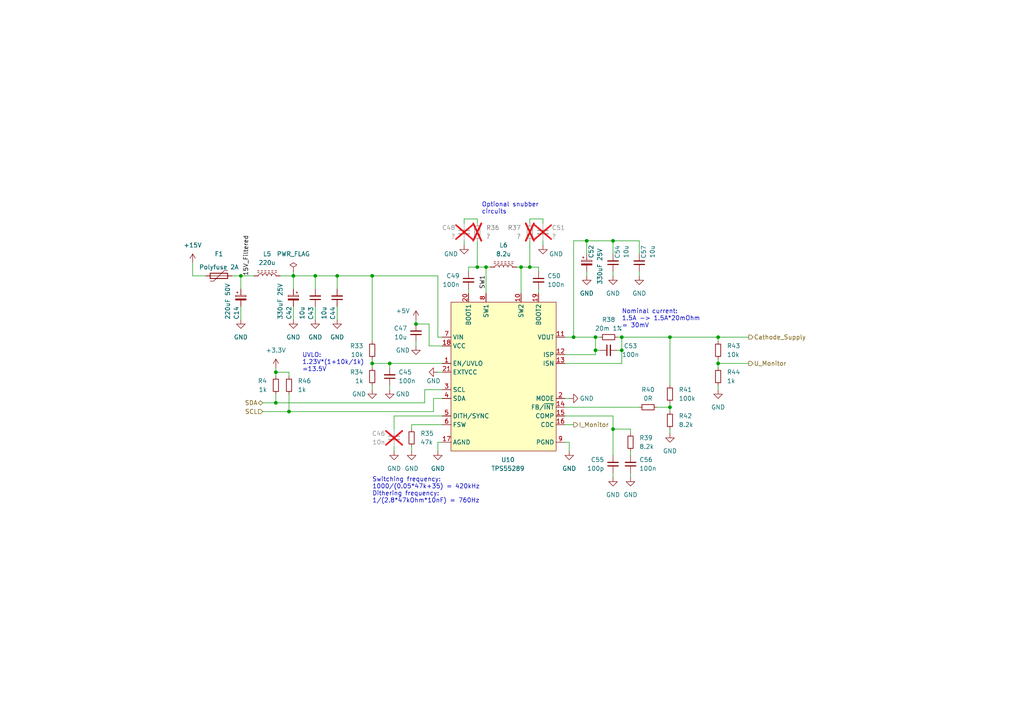
<source format=kicad_sch>
(kicad_sch (version 20230121) (generator eeschema)
  (paper "A4")
  (title_block (title "EuroMeasure Ion Gauge Controller") (date "2023-10-17") (rev "1.0.0"))
  (lib_symbols
    (symbol "Device:C_Small" (pin_numbers hide) (pin_names (offset 0.254) hide)
      (property "Reference" "C" (at 0.254 1.778 0))
      (property "Value" "C_Small" (at 0.254 -2.032 0))
      (symbol "C_Small_0_1"
        (polyline (pts (xy -1.524 -0.508) (xy 1.524 -0.508)) (stroke (width 0.3302)))
        (polyline (pts (xy -1.524 0.508) (xy 1.524 0.508)) (stroke (width 0.3048)))
      )
      (symbol "C_Small_1_1"
        (pin passive line (at 0 2.54 270) (length 2.032) (name "~") (number "1"))
        (pin passive line (at 0 -2.54 90) (length 2.032) (name "~") (number "2"))
      )
    )
    (symbol "Device:R_Small" (pin_numbers hide) (pin_names (offset 0.254) hide)
      (property "Reference" "R" (at 0.762 0.508 0))
      (property "Value" "R_Small" (at 0.762 -1.016 0))
      (symbol "R_Small_0_1"
        (rectangle (start -0.762 1.778) (end 0.762 -1.778) (stroke (width 0.2032)))
      )
      (symbol "R_Small_1_1"
        (pin passive line (at 0 2.54 270) (length 0.762) (name "~") (number "1"))
        (pin passive line (at 0 -2.54 90) (length 0.762) (name "~") (number "2"))
      )
    )
    (symbol "MEMS_IC:TPS55289"
      (property "Reference" "U" (at 17.78 33.02 0))
      (property "Value" "TPS55289" (at 17.78 30.48 0))
      (symbol "TPS55289_1_1"
        (rectangle (start -15.24 27.94) (end 15.24 -15.24) (fill (type background)))
        (pin input line (at -17.78 10.16 0) (length 2.54) (name "EN/UVLO") (number "1"))
        (pin passive line (at 5.08 30.48 270) (length 2.54) (name "SW2") (number "10"))
        (pin power_out line (at 17.78 17.78 180) (length 2.54) (name "VOUT") (number "11"))
        (pin input line (at 17.78 12.7 180) (length 2.54) (name "ISP") (number "12"))
        (pin input line (at 17.78 10.16 180) (length 2.54) (name "ISN") (number "13"))
        (pin bidirectional line (at 17.78 -2.54 180) (length 2.54) (name "FB/~{INT}") (number "14"))
        (pin output line (at 17.78 -5.08 180) (length 2.54) (name "COMP") (number "15"))
        (pin output line (at 17.78 -7.62 180) (length 2.54) (name "CDC") (number "16"))
        (pin power_in line (at -17.78 -12.7 0) (length 2.54) (name "AGND") (number "17"))
        (pin passive line (at -17.78 15.24 0) (length 2.54) (name "VCC") (number "18"))
        (pin passive line (at 10.16 30.48 270) (length 2.54) (name "BOOT2") (number "19"))
        (pin input line (at 17.78 0 180) (length 2.54) (name "MODE") (number "2"))
        (pin passive line (at -10.16 30.48 270) (length 2.54) (name "BOOT1") (number "20"))
        (pin input line (at -17.78 7.62 0) (length 2.54) (name "EXTVCC") (number "21"))
        (pin input line (at -17.78 2.54 0) (length 2.54) (name "SCL") (number "3"))
        (pin bidirectional line (at -17.78 0 0) (length 2.54) (name "SDA") (number "4"))
        (pin input line (at -17.78 -5.08 0) (length 2.54) (name "DITH/SYNC") (number "5"))
        (pin input line (at -17.78 -7.62 0) (length 2.54) (name "FSW") (number "6"))
        (pin power_in line (at -17.78 17.78 0) (length 2.54) (name "VIN") (number "7"))
        (pin passive line (at -5.08 30.48 270) (length 2.54) (name "SW1") (number "8"))
        (pin power_in line (at 17.78 -12.7 180) (length 2.54) (name "PGND") (number "9"))
      )
    )
    (symbol "MEMS_Passive:C_Elec-220uf-50V" (pin_numbers hide) (pin_names (offset 0.254) hide)
      (property "Reference" "C" (at 0.254 1.778 0))
      (property "Value" "220uF 50V" (at 0.254 -2.032 0))
      (symbol "C_Elec-220uf-50V_0_1"
        (rectangle (start -1.524 -0.3048) (end 1.524 -0.6858) (fill (type outline)))
        (rectangle (start -1.524 0.6858) (end 1.524 0.3048))
        (polyline (pts (xy -1.27 1.524) (xy -0.762 1.524)))
        (polyline (pts (xy -1.016 1.27) (xy -1.016 1.778)))
      )
      (symbol "C_Elec-220uf-50V_1_1"
        (pin passive line (at 0 2.54 270) (length 1.8542) (name "~") (number "1"))
        (pin passive line (at 0 -2.54 90) (length 1.8542) (name "~") (number "2"))
      )
    )
    (symbol "MEMS_Passive:C_Elec-330uF-25V" (pin_numbers hide) (pin_names (offset 0.254) hide)
      (property "Reference" "C" (at 0.254 1.778 0))
      (property "Value" "330uF 25V" (at 0.254 -2.032 0))
      (symbol "C_Elec-330uF-25V_0_1"
        (rectangle (start -1.524 -0.3048) (end 1.524 -0.6858) (fill (type outline)))
        (rectangle (start -1.524 0.6858) (end 1.524 0.3048))
        (polyline (pts (xy -1.27 1.524) (xy -0.762 1.524)))
        (polyline (pts (xy -1.016 1.27) (xy -1.016 1.778)))
      )
      (symbol "C_Elec-330uF-25V_1_1"
        (pin passive line (at 0 2.54 270) (length 1.8542) (name "~") (number "1"))
        (pin passive line (at 0 -2.54 90) (length 1.8542) (name "~") (number "2"))
      )
    )
    (symbol "MEMS_Passive:L_220u_10x10" (pin_numbers hide) (pin_names (offset 1.016) hide)
      (property "Reference" "L" (at -1.27 0 90))
      (property "Value" "220u" (at 2.794 0 90))
      (symbol "L_220u_10x10_0_1"
        (arc (start 0 -2.54) (mid 0.6323 -1.905) (end 0 -1.27))
        (arc (start 0 -1.27) (mid 0.6323 -0.635) (end 0 0))
        (polyline (pts (xy 1.016 -2.794) (xy 1.016 -2.286)))
        (polyline (pts (xy 1.016 -1.778) (xy 1.016 -1.27)))
        (polyline (pts (xy 1.016 -0.762) (xy 1.016 -0.254)))
        (polyline (pts (xy 1.016 0.254) (xy 1.016 0.762)))
        (polyline (pts (xy 1.016 1.27) (xy 1.016 1.778)))
        (polyline (pts (xy 1.016 2.286) (xy 1.016 2.794)))
        (polyline (pts (xy 1.524 -2.286) (xy 1.524 -2.794)))
        (polyline (pts (xy 1.524 -1.27) (xy 1.524 -1.778)))
        (polyline (pts (xy 1.524 -0.254) (xy 1.524 -0.762)))
        (polyline (pts (xy 1.524 0.762) (xy 1.524 0.254)))
        (polyline (pts (xy 1.524 1.778) (xy 1.524 1.27)))
        (polyline (pts (xy 1.524 2.794) (xy 1.524 2.286)))
        (arc (start 0 0) (mid 0.6323 0.635) (end 0 1.27))
        (arc (start 0 1.27) (mid 0.6323 1.905) (end 0 2.54))
      )
      (symbol "L_220u_10x10_1_1"
        (pin passive line (at 0 3.81 270) (length 1.27) (name "1") (number "1"))
        (pin passive line (at 0 -3.81 90) (length 1.27) (name "2") (number "2"))
      )
    )
    (symbol "MEMS_Passive:L_8.2u_5.9/10.2A" (pin_numbers hide) (pin_names (offset 1.016) hide)
      (property "Reference" "L" (at 0 -1.27 0))
      (property "Value" "8.2u" (at 0 2.794 0))
      (symbol "L_8.2u_5.9/10.2A_0_1"
        (arc (start -1.27 0) (mid -1.905 0.6323) (end -2.54 0))
        (arc (start 0 0) (mid -0.635 0.6323) (end -1.27 0))
        (polyline (pts (xy -2.794 1.524) (xy -2.286 1.524)))
        (polyline (pts (xy -2.286 1.016) (xy -2.794 1.016)))
        (polyline (pts (xy -1.778 1.524) (xy -1.27 1.524)))
        (polyline (pts (xy -1.27 1.016) (xy -1.778 1.016)))
        (polyline (pts (xy -0.762 1.524) (xy -0.254 1.524)))
        (polyline (pts (xy -0.254 1.016) (xy -0.762 1.016)))
        (polyline (pts (xy 0.254 1.524) (xy 0.762 1.524)))
        (polyline (pts (xy 0.762 1.016) (xy 0.254 1.016)))
        (polyline (pts (xy 1.27 1.524) (xy 1.778 1.524)))
        (polyline (pts (xy 1.778 1.016) (xy 1.27 1.016)))
        (polyline (pts (xy 2.286 1.524) (xy 2.794 1.524)))
        (polyline (pts (xy 2.794 1.016) (xy 2.286 1.016)))
        (arc (start 1.27 0) (mid 0.635 0.6323) (end 0 0))
        (arc (start 2.54 0) (mid 1.905 0.6323) (end 1.27 0))
      )
      (symbol "L_8.2u_5.9/10.2A_1_1"
        (pin passive line (at -3.81 0 0) (length 1.27) (name "1") (number "1"))
        (pin passive line (at 3.81 0 180) (length 1.27) (name "2") (number "2"))
      )
    )
    (symbol "MEMS_Passive:R_2010_20m_1%" (pin_numbers hide) (pin_names (offset 0.254) hide)
      (property "Reference" "R" (at 0 5.08 0))
      (property "Value" "20m 1%" (at 0 2.54 0))
      (symbol "R_2010_20m_1%_0_1"
        (rectangle (start -1.778 0.762) (end 1.778 -0.762) (stroke (width 0.2032)))
      )
      (symbol "R_2010_20m_1%_1_1"
        (pin passive line (at -2.54 0 0) (length 0.762) (name "~") (number "1"))
        (pin passive line (at 2.54 0 180) (length 0.762) (name "~") (number "2"))
      )
    )
    (symbol "MEMS_Protection:Polyfuse-2A-60V-3425L200/60MR" (pin_numbers hide) (pin_names (offset 0))
      (property "Reference" "F" (at 0 5.08 90))
      (property "Value" "Polyfuse 2A" (at 0 2.54 90))
      (symbol "Polyfuse-2A-60V-3425L200/60MR_0_1"
        (rectangle (start -0.762 2.54) (end 0.762 -2.54) (stroke (width 0.254)))
        (polyline (pts (xy 0 2.54) (xy 0 -2.54)))
        (polyline (pts (xy -1.524 2.54) (xy -1.524 1.524) (xy 1.524 -1.524) (xy 1.524 -2.54)))
      )
      (symbol "Polyfuse-2A-60V-3425L200/60MR_1_1"
        (pin passive line (at 0 3.81 270) (length 1.27) (name "~") (number "1"))
        (pin passive line (at 0 -3.81 90) (length 1.27) (name "~") (number "2"))
      )
    )
    (symbol "power:+15V" (power) (pin_names (offset 0))
      (property "Value" "+15V" (at 0 3.556 0))
      (symbol "+15V_0_1"
        (polyline (pts (xy -0.762 1.27) (xy 0 2.54)))
        (polyline (pts (xy 0 0) (xy 0 2.54)))
        (polyline (pts (xy 0 2.54) (xy 0.762 1.27)))
      )
      (symbol "+15V_1_1"
        (pin power_in line (at 0 0 90) (length 0) hide (name "+15V") (number "1"))
      )
    )
    (symbol "power:+3.3V" (power) (pin_names (offset 0))
      (property "Value" "+3.3V" (at 0 3.556 0))
      (symbol "+3.3V_0_1"
        (polyline (pts (xy -0.762 1.27) (xy 0 2.54)))
        (polyline (pts (xy 0 0) (xy 0 2.54)))
        (polyline (pts (xy 0 2.54) (xy 0.762 1.27)))
      )
      (symbol "+3.3V_1_1"
        (pin power_in line (at 0 0 90) (length 0) hide (name "+3.3V") (number "1"))
      )
    )
    (symbol "power:+5V" (power) (pin_names (offset 0))
      (property "Value" "+5V" (at 0 3.556 0))
      (symbol "+5V_0_1"
        (polyline (pts (xy -0.762 1.27) (xy 0 2.54)))
        (polyline (pts (xy 0 0) (xy 0 2.54)))
        (polyline (pts (xy 0 2.54) (xy 0.762 1.27)))
      )
      (symbol "+5V_1_1"
        (pin power_in line (at 0 0 90) (length 0) hide (name "+5V") (number "1"))
      )
    )
    (symbol "power:GND" (power) (pin_names (offset 0))
      (property "Value" "GND" (at 0 -3.81 0))
      (symbol "GND_0_1"
        (polyline (pts (xy 0 0) (xy 0 -1.27) (xy 1.27 -1.27) (xy 0 -2.54) (xy -1.27 -1.27) (xy 0 -1.27)))
      )
      (symbol "GND_1_1"
        (pin power_in line (at 0 0 270) (length 0) hide (name "GND") (number "1"))
      )
    )
    (symbol "power:PWR_FLAG" (power) (pin_numbers hide) (pin_names (offset 0) hide)
      (property "Value" "PWR_FLAG" (at 0 3.81 0))
      (symbol "PWR_FLAG_0_0"
        (pin power_out line (at 0 0 90) (length 0) (name "pwr") (number "1"))
      )
      (symbol "PWR_FLAG_0_1"
        (polyline (pts (xy 0 0) (xy 0 1.27) (xy -1.016 1.905) (xy 0 2.54) (xy 1.016 1.905) (xy 0 1.27)))
      )
    )
  )
  (junction (at 80.01 116.84))
  (junction (at 113.03 105.41))
  (junction (at 80.01 107.95))
  (junction (at 180.34 97.79))
  (junction (at 172.72 97.79))
  (junction (at 85.09 80.01))
  (junction (at 208.28 97.79))
  (junction (at 83.82 119.38))
  (junction (at 177.8 69.85))
  (junction (at 138.43 77.47))
  (junction (at 194.31 97.79))
  (junction (at 107.95 105.41))
  (junction (at 91.44 80.01))
  (junction (at 140.97 77.47))
  (junction (at 97.79 80.01))
  (junction (at 180.34 101.6))
  (junction (at 107.95 80.01))
  (junction (at 208.28 105.41))
  (junction (at 151.13 77.47))
  (junction (at 172.72 101.6))
  (junction (at 166.37 97.79))
  (junction (at 194.31 118.11))
  (junction (at 153.67 77.47))
  (junction (at 177.8 124.46))
  (junction (at 170.18 69.85))
  (junction (at 120.65 93.98))
  (junction (at 69.85 80.01))
  (wire (pts (xy 163.83 123.19) (xy 166.37 123.19)))
  (wire (pts (xy 134.62 69.85) (xy 134.62 71.12)))
  (wire (pts (xy 127 97.79) (xy 127 80.01)))
  (wire (pts (xy 107.95 104.14) (xy 107.95 105.41)))
  (wire (pts (xy 177.8 80.01) (xy 177.8 78.74)))
  (wire (pts (xy 153.67 64.77) (xy 153.67 63.5)))
  (wire (pts (xy 156.21 77.47) (xy 153.67 77.47)))
  (wire (pts (xy 177.8 124.46) (xy 182.88 124.46)))
  (wire (pts (xy 172.72 101.6) (xy 172.72 102.87)))
  (wire (pts (xy 69.85 92.71) (xy 69.85 88.9)))
  (wire (pts (xy 120.65 92.71) (xy 120.65 93.98)))
  (wire (pts (xy 127 130.81) (xy 127 128.27)))
  (wire (pts (xy 138.43 69.85) (xy 138.43 77.47)))
  (wire (pts (xy 194.31 124.46) (xy 194.31 125.73)))
  (wire (pts (xy 76.2 119.38) (xy 83.82 119.38)))
  (wire (pts (xy 127 128.27) (xy 128.27 128.27)))
  (wire (pts (xy 194.31 116.84) (xy 194.31 118.11)))
  (wire (pts (xy 67.31 80.01) (xy 69.85 80.01)))
  (wire (pts (xy 172.72 97.79) (xy 172.72 101.6)))
  (wire (pts (xy 83.82 107.95) (xy 83.82 109.22)))
  (wire (pts (xy 76.2 116.84) (xy 80.01 116.84)))
  (wire (pts (xy 124.46 93.98) (xy 124.46 100.33)))
  (wire (pts (xy 165.1 128.27) (xy 163.83 128.27)))
  (wire (pts (xy 128.27 97.79) (xy 127 97.79)))
  (wire (pts (xy 170.18 69.85) (xy 170.18 73.66)))
  (wire (pts (xy 134.62 63.5) (xy 134.62 64.77)))
  (wire (pts (xy 177.8 120.65) (xy 177.8 124.46)))
  (wire (pts (xy 185.42 73.66) (xy 185.42 69.85)))
  (wire (pts (xy 123.19 116.84) (xy 123.19 113.03)))
  (wire (pts (xy 85.09 92.71) (xy 85.09 88.9)))
  (wire (pts (xy 80.01 107.95) (xy 83.82 107.95)))
  (wire (pts (xy 182.88 130.81) (xy 182.88 132.08)))
  (wire (pts (xy 119.38 129.54) (xy 119.38 130.81)))
  (wire (pts (xy 97.79 80.01) (xy 91.44 80.01)))
  (wire (pts (xy 80.01 116.84) (xy 123.19 116.84)))
  (wire (pts (xy 107.95 80.01) (xy 127 80.01)))
  (wire (pts (xy 194.31 118.11) (xy 194.31 119.38)))
  (wire (pts (xy 156.21 83.82) (xy 156.21 85.09)))
  (wire (pts (xy 138.43 77.47) (xy 140.97 77.47)))
  (wire (pts (xy 172.72 102.87) (xy 163.83 102.87)))
  (wire (pts (xy 80.01 114.3) (xy 80.01 116.84)))
  (wire (pts (xy 125.73 119.38) (xy 125.73 115.57)))
  (wire (pts (xy 107.95 111.76) (xy 107.95 113.03)))
  (wire (pts (xy 107.95 80.01) (xy 107.95 99.06)))
  (wire (pts (xy 83.82 114.3) (xy 83.82 119.38)))
  (wire (pts (xy 135.89 83.82) (xy 135.89 85.09)))
  (wire (pts (xy 73.66 80.01) (xy 69.85 80.01)))
  (wire (pts (xy 55.88 80.01) (xy 55.88 76.2)))
  (wire (pts (xy 172.72 101.6) (xy 173.99 101.6)))
  (wire (pts (xy 177.8 69.85) (xy 177.8 73.66)))
  (wire (pts (xy 208.28 105.41) (xy 217.17 105.41)))
  (wire (pts (xy 120.65 93.98) (xy 124.46 93.98)))
  (wire (pts (xy 91.44 80.01) (xy 85.09 80.01)))
  (wire (pts (xy 153.67 63.5) (xy 157.48 63.5)))
  (wire (pts (xy 138.43 64.77) (xy 138.43 63.5)))
  (wire (pts (xy 80.01 106.68) (xy 80.01 107.95)))
  (wire (pts (xy 208.28 99.06) (xy 208.28 97.79)))
  (wire (pts (xy 113.03 105.41) (xy 113.03 106.68)))
  (wire (pts (xy 113.03 105.41) (xy 128.27 105.41)))
  (wire (pts (xy 163.83 120.65) (xy 177.8 120.65)))
  (wire (pts (xy 114.3 129.54) (xy 114.3 130.81)))
  (wire (pts (xy 119.38 123.19) (xy 119.38 124.46)))
  (wire (pts (xy 97.79 80.01) (xy 97.79 83.82)))
  (wire (pts (xy 165.1 115.57) (xy 163.83 115.57)))
  (wire (pts (xy 140.97 77.47) (xy 142.24 77.47)))
  (wire (pts (xy 180.34 101.6) (xy 180.34 97.79)))
  (wire (pts (xy 123.19 113.03) (xy 128.27 113.03)))
  (wire (pts (xy 185.42 80.01) (xy 185.42 78.74)))
  (wire (pts (xy 163.83 105.41) (xy 180.34 105.41)))
  (wire (pts (xy 127 107.95) (xy 128.27 107.95)))
  (wire (pts (xy 120.65 100.33) (xy 120.65 99.06)))
  (wire (pts (xy 170.18 69.85) (xy 177.8 69.85)))
  (wire (pts (xy 166.37 97.79) (xy 172.72 97.79)))
  (wire (pts (xy 153.67 69.85) (xy 153.67 77.47)))
  (wire (pts (xy 80.01 107.95) (xy 80.01 109.22)))
  (wire (pts (xy 107.95 105.41) (xy 113.03 105.41)))
  (wire (pts (xy 138.43 77.47) (xy 135.89 77.47)))
  (wire (pts (xy 179.07 97.79) (xy 180.34 97.79)))
  (wire (pts (xy 124.46 100.33) (xy 128.27 100.33)))
  (wire (pts (xy 177.8 69.85) (xy 185.42 69.85)))
  (wire (pts (xy 208.28 111.76) (xy 208.28 113.03)))
  (wire (pts (xy 173.99 97.79) (xy 172.72 97.79)))
  (wire (pts (xy 180.34 101.6) (xy 180.34 105.41)))
  (wire (pts (xy 156.21 78.74) (xy 156.21 77.47)))
  (wire (pts (xy 179.07 101.6) (xy 180.34 101.6)))
  (wire (pts (xy 114.3 120.65) (xy 114.3 124.46)))
  (wire (pts (xy 208.28 105.41) (xy 208.28 106.68)))
  (wire (pts (xy 125.73 115.57) (xy 128.27 115.57)))
  (wire (pts (xy 135.89 77.47) (xy 135.89 78.74)))
  (wire (pts (xy 153.67 77.47) (xy 151.13 77.47)))
  (wire (pts (xy 177.8 137.16) (xy 177.8 138.43)))
  (wire (pts (xy 180.34 97.79) (xy 194.31 97.79)))
  (wire (pts (xy 177.8 124.46) (xy 177.8 132.08)))
  (wire (pts (xy 83.82 119.38) (xy 125.73 119.38)))
  (wire (pts (xy 157.48 69.85) (xy 157.48 71.12)))
  (wire (pts (xy 190.5 118.11) (xy 194.31 118.11)))
  (wire (pts (xy 69.85 83.82) (xy 69.85 80.01)))
  (wire (pts (xy 91.44 92.71) (xy 91.44 88.9)))
  (wire (pts (xy 194.31 97.79) (xy 194.31 111.76)))
  (wire (pts (xy 81.28 80.01) (xy 85.09 80.01)))
  (wire (pts (xy 113.03 113.03) (xy 113.03 111.76)))
  (wire (pts (xy 128.27 123.19) (xy 119.38 123.19)))
  (wire (pts (xy 166.37 69.85) (xy 166.37 97.79)))
  (wire (pts (xy 165.1 130.81) (xy 165.1 128.27)))
  (wire (pts (xy 170.18 80.01) (xy 170.18 78.74)))
  (wire (pts (xy 97.79 80.01) (xy 107.95 80.01)))
  (wire (pts (xy 208.28 104.14) (xy 208.28 105.41)))
  (wire (pts (xy 128.27 120.65) (xy 114.3 120.65)))
  (wire (pts (xy 170.18 69.85) (xy 166.37 69.85)))
  (wire (pts (xy 157.48 63.5) (xy 157.48 64.77)))
  (wire (pts (xy 138.43 63.5) (xy 134.62 63.5)))
  (wire (pts (xy 107.95 105.41) (xy 107.95 106.68)))
  (wire (pts (xy 91.44 80.01) (xy 91.44 83.82)))
  (wire (pts (xy 59.69 80.01) (xy 55.88 80.01)))
  (wire (pts (xy 208.28 97.79) (xy 217.17 97.79)))
  (wire (pts (xy 149.86 77.47) (xy 151.13 77.47)))
  (wire (pts (xy 182.88 137.16) (xy 182.88 138.43)))
  (wire (pts (xy 194.31 97.79) (xy 208.28 97.79)))
  (wire (pts (xy 151.13 77.47) (xy 151.13 85.09)))
  (wire (pts (xy 163.83 118.11) (xy 185.42 118.11)))
  (wire (pts (xy 85.09 78.74) (xy 85.09 80.01)))
  (wire (pts (xy 97.79 92.71) (xy 97.79 88.9)))
  (wire (pts (xy 163.83 97.79) (xy 166.37 97.79)))
  (wire (pts (xy 140.97 85.09) (xy 140.97 77.47)))
  (wire (pts (xy 85.09 83.82) (xy 85.09 80.01)))
  (wire (pts (xy 182.88 125.73) (xy 182.88 124.46)))
  (text "UVLO:\n1.23V*(1+10k/1k)\n=13.5V" (at 87.63 107.95 0) (effects (font (size 1.27 1.27)) (justify left bottom)))
  (text "Optional snubber\ncircuits" (at 139.7 62.23 0) (effects (font (size 1.27 1.27)) (justify left bottom)))
  (text "Nominal current:\n1.5A -> 1.5A*20mOhm\n= 30mV" (at 180.34 95.25 0) (effects (font (size 1.27 1.27)) (justify left bottom)))
  (text "Switching frequency:\n1000/(0.05*47k+35) = 420kHz\nDithering frequency:\n1/(2.8*47kOhm*10nF) = 760Hz" (at 107.95 146.05 0) (effects (font (size 1.27 1.27)) (justify left bottom)))
  (label "15V_Filtered" (at 72.39 80.01 90))
  (label "SW1" (at 140.97 83.82 90))
  (hierarchical_label "I_Monitor" (shape output) (at 166.37 123.19 0))
  (hierarchical_label "U_Monitor" (shape output) (at 217.17 105.41 0))
  (hierarchical_label "SCL" (shape input) (at 76.2 119.38 180))
  (hierarchical_label "SDA" (shape bidirectional) (at 76.2 116.84 180))
  (hierarchical_label "Cathode_Supply" (shape output) (at 217.17 97.79 0))
  (symbol (lib_id "Device:C_Small") (at 176.53 101.6 90) (mirror x) (unit 1)
    (property "Reference" "C53" (at 182.88 100.33 90))
    (property "Value" "100n" (at 182.88 102.87 90))
    (property "Footprint" "Capacitor_SMD:C_0805_2012Metric_Pad1.18x1.45mm_HandSolder" (effects hide))
  )
  (symbol (lib_id "power:GND") (at 185.42 80.01 0) (unit 1)
    (property "Reference" "#PWR040" (effects hide))
    (property "Value" "GND" (at 185.42 85.09 0))
    (instances (project "EuroMeasure-SYMHV" (path "" (reference "#PWR040") (unit 1))) (project "EuroMeasure-IonGaugeController" (path "" (reference "#PWR082") (unit 1)) (path "" (reference "#PWR085") (unit 1)) (path "" (reference "#PWR0106") (unit 1))) (project "EuroMeasure-RFPA" (path "" (reference "#PWR016") (unit 1))))
  )
  (symbol (lib_id "Device:C_Small") (at 134.62 67.31 0) (mirror y) (unit 1) (dnp yes)
    (property "Reference" "C48" (at 132.08 66.0463 0) (effects (justify left)))
    (property "Value" "?" (at 132.08 68.5863 0) (effects (justify left)))
    (property "Footprint" "Capacitor_SMD:C_0805_2012Metric_Pad1.18x1.45mm_HandSolder" (effects hide))
  )
  (symbol (lib_id "Device:C_Small") (at 120.65 96.52 0) (mirror x) (unit 1)
    (property "Reference" "C47" (at 118.11 95.2436 0) (effects (justify right)))
    (property "Value" "10u" (at 118.11 97.7836 0) (effects (justify right)))
    (property "Footprint" "Capacitor_SMD:C_0805_2012Metric_Pad1.18x1.45mm_HandSolder" (effects hide))
  )
  (symbol (lib_id "MEMS_Protection:Polyfuse-2A-60V-3425L200/60MR") (at 63.5 80.01 270) (unit 1)
    (property "Reference" "F1" (at 63.5 73.66 90))
    (property "Value" "Polyfuse 2A" (at 63.5 77.47 90))
    (property "Footprint" "MEMS_Passive:Fuse_Littlefuse_3425L" (effects hide))
    (property "Datasheet" "https://www.mouser.pl/datasheet/2/240/Littelfuse_4_13_2023_PTC_3425L_Datasheet_prelimina-3168143.pdf" (effects hide))
    (property "MPN" "3425L200/60MR" (effects hide))
    (property "Mouser" "576-3425L200/60MR" (effects hide))
    (instances (project "EuroMeasure-SYMHV" (path "" (reference "F1") (unit 1))) (project "EuroMeasure-IonGaugeController" (path "" (reference "F1") (unit 1)) (path "" (reference "F1") (unit 1)) (path "" (reference "F3") (unit 1))) (project "EuroMeasure-RFPA" (path "" (reference "F1") (unit 1))))
  )
  (symbol (lib_id "power:GND") (at 177.8 80.01 0) (unit 1)
    (property "Reference" "#PWR040" (effects hide))
    (property "Value" "GND" (at 177.8 85.09 0))
    (instances (project "EuroMeasure-SYMHV" (path "" (reference "#PWR040") (unit 1))) (project "EuroMeasure-IonGaugeController" (path "" (reference "#PWR082") (unit 1)) (path "" (reference "#PWR085") (unit 1)) (path "" (reference "#PWR0103") (unit 1))) (project "EuroMeasure-RFPA" (path "" (reference "#PWR016") (unit 1))))
  )
  (symbol (lib_id "power:GND") (at 113.03 113.03 0) (unit 1)
    (property "Reference" "#PWR091" (effects hide))
    (property "Value" "GND" (at 116.84 114.3 0))
  )
  (symbol (lib_id "MEMS_Passive:R_2010_20m_1%") (at 176.53 97.79 0) (unit 1)
    (property "Reference" "R38" (at 176.53 92.71 0))
    (property "Value" "20m 1%" (at 176.53 95.25 0))
    (property "Footprint" "Resistor_SMD:R_2010_5025Metric_Pad1.40x2.65mm_HandSolder" (effects hide))
    (property "Datasheet" "https://www.eaton.com/content/dam/eaton/products/electronic-components/resources/data-sheet/eaton-mfsa-automotive-smd-current-sense-resistor-metal-foil-data-sheet-elx1180.pdf" (effects hide))
    (property "MPN" "WSL2010R0200FEA18" (effects hide))
    (property "Mouser" "71-WSL2010R0200FEA18" (effects hide))
  )
  (symbol (lib_id "power:GND") (at 182.88 138.43 0) (unit 1)
    (property "Reference" "#PWR040" (effects hide))
    (property "Value" "GND" (at 182.88 143.51 0))
    (instances (project "EuroMeasure-SYMHV" (path "" (reference "#PWR040") (unit 1))) (project "EuroMeasure-IonGaugeController" (path "" (reference "#PWR082") (unit 1)) (path "" (reference "#PWR085") (unit 1)) (path "" (reference "#PWR0105") (unit 1))) (project "EuroMeasure-RFPA" (path "" (reference "#PWR016") (unit 1))))
  )
  (symbol (lib_id "power:GND") (at 165.1 115.57 90) (mirror x) (unit 1)
    (property "Reference" "#PWR0100" (effects hide))
    (property "Value" "GND" (at 170.18 115.57 90))
  )
  (symbol (lib_id "Device:C_Small") (at 157.48 67.31 0) (unit 1) (dnp yes)
    (property "Reference" "C51" (at 160.02 66.0463 0) (effects (justify left)))
    (property "Value" "?" (at 160.02 68.5863 0) (effects (justify left)))
    (property "Footprint" "Capacitor_SMD:C_0805_2012Metric_Pad1.18x1.45mm_HandSolder" (effects hide))
  )
  (symbol (lib_id "Device:C_Small") (at 91.44 86.36 0) (mirror x) (unit 1)
    (property "Reference" "C43" (at 90.17 88.9 90) (effects (justify left)))
    (property "Value" "10u" (at 87.63 88.9 90) (effects (justify left)))
    (property "Footprint" "Capacitor_SMD:C_0805_2012Metric_Pad1.18x1.45mm_HandSolder" (effects hide))
  )
  (symbol (lib_id "power:GND") (at 85.09 92.71 0) (unit 1)
    (property "Reference" "#PWR040" (effects hide))
    (property "Value" "GND" (at 85.09 97.79 0))
    (instances (project "EuroMeasure-SYMHV" (path "" (reference "#PWR040") (unit 1))) (project "EuroMeasure-IonGaugeController" (path "" (reference "#PWR082") (unit 1)) (path "" (reference "#PWR085") (unit 1)) (path "" (reference "#PWR087") (unit 1))) (project "EuroMeasure-RFPA" (path "" (reference "#PWR016") (unit 1))))
  )
  (symbol (lib_id "power:GND") (at 165.1 130.81 0) (mirror y) (unit 1)
    (property "Reference" "#PWR0101" (effects hide))
    (property "Value" "GND" (at 165.1 135.89 0))
  )
  (symbol (lib_id "power:+5V") (at 120.65 92.71 0) (unit 1)
    (property "Reference" "#PWR094" (effects hide))
    (property "Value" "+5V" (at 116.84 90.17 0))
  )
  (symbol (lib_id "power:GND") (at 170.18 80.01 0) (unit 1)
    (property "Reference" "#PWR040" (effects hide))
    (property "Value" "GND" (at 170.18 85.09 0))
    (instances (project "EuroMeasure-SYMHV" (path "" (reference "#PWR040") (unit 1))) (project "EuroMeasure-IonGaugeController" (path "" (reference "#PWR082") (unit 1)) (path "" (reference "#PWR085") (unit 1)) (path "" (reference "#PWR0102") (unit 1))) (project "EuroMeasure-RFPA" (path "" (reference "#PWR016") (unit 1))))
  )
  (symbol (lib_id "power:GND") (at 157.48 71.12 0) (unit 1)
    (property "Reference" "#PWR099" (effects hide))
    (property "Value" "GND" (at 161.29 73.66 0))
  )
  (symbol (lib_id "power:GND") (at 177.8 138.43 0) (unit 1)
    (property "Reference" "#PWR040" (effects hide))
    (property "Value" "GND" (at 177.8 143.51 0))
    (instances (project "EuroMeasure-SYMHV" (path "" (reference "#PWR040") (unit 1))) (project "EuroMeasure-IonGaugeController" (path "" (reference "#PWR082") (unit 1)) (path "" (reference "#PWR085") (unit 1)) (path "" (reference "#PWR0104") (unit 1))) (project "EuroMeasure-RFPA" (path "" (reference "#PWR016") (unit 1))))
  )
  (symbol (lib_id "Device:R_Small") (at 119.38 127 0) (unit 1)
    (property "Reference" "R35" (at 121.92 125.73 0) (effects (justify left)))
    (property "Value" "47k" (at 121.92 128.27 0) (effects (justify left)))
    (property "Footprint" "Resistor_SMD:R_0805_2012Metric_Pad1.20x1.40mm_HandSolder" (effects hide))
  )
  (symbol (lib_id "Device:C_Small") (at 185.42 76.2 0) (mirror x) (unit 1)
    (property "Reference" "C57" (at 186.69 71.12 90) (effects (justify left)))
    (property "Value" "10u" (at 189.23 71.12 90) (effects (justify left)))
    (property "Footprint" "Capacitor_SMD:C_0805_2012Metric_Pad1.18x1.45mm_HandSolder" (effects hide))
  )
  (symbol (lib_id "Device:R_Small") (at 153.67 67.31 0) (mirror y) (unit 1) (dnp yes)
    (property "Reference" "R37" (at 151.13 66.04 0) (effects (justify left)))
    (property "Value" "?" (at 151.13 68.58 0) (effects (justify left)))
    (property "Footprint" "Resistor_SMD:R_0805_2012Metric_Pad1.20x1.40mm_HandSolder" (effects hide))
  )
  (symbol (lib_id "Device:R_Small") (at 194.31 114.3 0) (unit 1)
    (property "Reference" "R41" (at 196.85 113.03 0) (effects (justify left)))
    (property "Value" "100k" (at 196.85 115.57 0) (effects (justify left)))
    (property "Footprint" "Resistor_SMD:R_0805_2012Metric_Pad1.20x1.40mm_HandSolder" (effects hide))
  )
  (symbol (lib_id "Device:R_Small") (at 83.82 111.76 0) (mirror y) (unit 1)
    (property "Reference" "R46" (at 86.36 110.49 0) (effects (justify right)))
    (property "Value" "1k" (at 86.36 113.03 0) (effects (justify right)))
    (property "Footprint" "Resistor_SMD:R_0805_2012Metric_Pad1.20x1.40mm_HandSolder" (effects hide))
  )
  (symbol (lib_id "Device:R_Small") (at 187.96 118.11 90) (unit 1)
    (property "Reference" "R40" (at 187.96 113.03 90))
    (property "Value" "0R" (at 187.96 115.57 90))
    (property "Footprint" "Resistor_SMD:R_0805_2012Metric_Pad1.20x1.40mm_HandSolder" (effects hide))
  )
  (symbol (lib_id "Device:C_Small") (at 97.79 86.36 0) (mirror x) (unit 1)
    (property "Reference" "C44" (at 96.52 88.9 90) (effects (justify left)))
    (property "Value" "10u" (at 93.98 88.9 90) (effects (justify left)))
    (property "Footprint" "Capacitor_SMD:C_0805_2012Metric_Pad1.18x1.45mm_HandSolder" (effects hide))
  )
  (symbol (lib_id "MEMS_Passive:C_Elec-220uf-50V") (at 69.85 86.36 0) (unit 1)
    (property "Reference" "C14" (at 68.58 92.71 90) (effects (justify left)))
    (property "Value" "220uF 50V" (at 66.04 92.71 90) (effects (justify left)))
    (property "Footprint" "Capacitor_SMD:CP_Elec_6.3x7.7" (effects hide))
    (property "Datasheet" "https://www.mouser.pl/datasheet/2/445/865060345007-3100475.pdf" (effects hide))
    (property "MPN" "865060345007" (effects hide))
    (property "Mouser" "710-865060345007" (effects hide))
    (instances (project "EuroMeasure-SYMHV" (path "" (reference "C14") (unit 1))) (project "EuroMeasure-IonGaugeController" (path "" (reference "C39") (unit 1)) (path "" (reference "C42") (unit 1)) (path "" (reference "C41") (unit 1))))
  )
  (symbol (lib_id "power:GND") (at 120.65 100.33 0) (unit 1)
    (property "Reference" "#PWR095" (effects hide))
    (property "Value" "GND" (at 116.84 101.6 0))
  )
  (symbol (lib_id "power:GND") (at 127 107.95 270) (unit 1)
    (property "Reference" "#PWR096" (effects hide))
    (property "Value" "GND" (at 125.73 110.49 90))
  )
  (symbol (lib_id "Device:C_Small") (at 135.89 81.28 0) (mirror y) (unit 1)
    (property "Reference" "C49" (at 133.35 80.0163 0) (effects (justify left)))
    (property "Value" "100n" (at 133.35 82.5563 0) (effects (justify left)))
    (property "Footprint" "Capacitor_SMD:C_0805_2012Metric_Pad1.18x1.45mm_HandSolder" (effects hide))
  )
  (symbol (lib_id "power:GND") (at 107.95 113.03 0) (unit 1)
    (property "Reference" "#PWR090" (effects hide))
    (property "Value" "GND" (at 104.14 114.3 0))
  )
  (symbol (lib_id "MEMS_IC:TPS55289") (at 146.05 115.57 0) (unit 1)
    (property "Reference" "U10" (at 147.32 133.35 0))
    (property "Value" "TPS55289" (at 147.32 135.89 0))
    (property "Footprint" "MEMS_IC:TPS55289" (effects hide))
    (property "Datasheet" "https://www.ti.com/lit/ds/symlink/tps55289.pdf?ts=1698737734031&ref_url=https%253A%252F%252Fwww.ti.com%252Fproduct%252FTPS55289" (effects hide))
    (property "MPN" "TPS55289RYQR" (effects hide))
    (property "Mouser" "595-TPS55289RYQR" (effects hide))
  )
  (symbol (lib_id "MEMS_Passive:C_Elec-330uF-25V") (at 85.09 86.36 0) (mirror y) (unit 1)
    (property "Reference" "C42" (at 83.82 92.71 90) (effects (justify left)))
    (property "Value" "330uF 25V" (at 81.28 92.71 90) (effects (justify left)))
    (property "Footprint" "Capacitor_SMD:CP_Elec_10x12.5" (effects hide))
    (property "Datasheet" "https://www.mouser.pl/datasheet/2/445/865060345007-3100475.pdf" (effects hide))
    (property "MPN" "AHA1012331M025R" (effects hide))
    (property "Mouser" "581-AHA1012331M025R" (effects hide))
  )
  (symbol (lib_id "Device:R_Small") (at 208.28 109.22 0) (unit 1)
    (property "Reference" "R44" (at 210.82 107.95 0) (effects (justify left)))
    (property "Value" "1k" (at 210.82 110.49 0) (effects (justify left)))
    (property "Footprint" "Resistor_SMD:R_0805_2012Metric_Pad1.20x1.40mm_HandSolder" (effects hide))
  )
  (symbol (lib_id "Device:R_Small") (at 107.95 109.22 0) (mirror y) (unit 1)
    (property "Reference" "R34" (at 105.41 107.95 0) (effects (justify left)))
    (property "Value" "1k" (at 105.41 110.49 0) (effects (justify left)))
    (property "Footprint" "Resistor_SMD:R_0805_2012Metric_Pad1.20x1.40mm_HandSolder" (effects hide))
  )
  (symbol (lib_id "Device:R_Small") (at 138.43 67.31 0) (unit 1) (dnp yes)
    (property "Reference" "R36" (at 140.97 66.04 0) (effects (justify left)))
    (property "Value" "?" (at 140.97 68.58 0) (effects (justify left)))
    (property "Footprint" "Resistor_SMD:R_0805_2012Metric_Pad1.20x1.40mm_HandSolder" (effects hide))
  )
  (symbol (lib_id "Device:R_Small") (at 194.31 121.92 0) (unit 1)
    (property "Reference" "R42" (at 196.85 120.65 0) (effects (justify left)))
    (property "Value" "8.2k" (at 196.85 123.19 0) (effects (justify left)))
    (property "Footprint" "Resistor_SMD:R_0805_2012Metric_Pad1.20x1.40mm_HandSolder" (effects hide))
  )
  (symbol (lib_id "MEMS_Passive:L_8.2u_5.9/10.2A") (at 146.05 77.47 0) (unit 1)
    (property "Reference" "L6" (at 146.05 71.12 0))
    (property "Value" "8.2u" (at 146.05 73.66 0))
    (property "Footprint" "MEMS_Passive:L_Bourns_SRP7030" (effects hide))
    (property "Datasheet" "https://www.mouser.pl/datasheet/2/54/bourns_06062019_SRP7030CA_datasheet-1601312.pdf" (effects hide))
    (property "MPN" "SRP7030CA-8R2M" (effects hide))
    (property "Mouser" "652-SRP7030CA-8R2M" (effects hide))
  )
  (symbol (lib_id "power:GND") (at 134.62 71.12 0) (mirror y) (unit 1)
    (property "Reference" "#PWR098" (effects hide))
    (property "Value" "GND" (at 130.81 73.66 0))
  )
  (symbol (lib_id "MEMS_Passive:C_Elec-330uF-25V") (at 170.18 76.2 0) (unit 1)
    (property "Reference" "C52" (at 171.45 74.93 90) (effects (justify left)))
    (property "Value" "330uF 25V" (at 173.99 82.55 90) (effects (justify left)))
    (property "Footprint" "Capacitor_SMD:CP_Elec_10x12.5" (effects hide))
    (property "Datasheet" "https://www.mouser.pl/datasheet/2/445/865060345007-3100475.pdf" (effects hide))
    (property "MPN" "AHA1012331M025R" (effects hide))
    (property "Mouser" "581-AHA1012331M025R" (effects hide))
  )
  (symbol (lib_id "Device:R_Small") (at 107.95 101.6 0) (mirror y) (unit 1)
    (property "Reference" "R33" (at 105.41 100.33 0) (effects (justify left)))
    (property "Value" "10k" (at 105.41 102.87 0) (effects (justify left)))
    (property "Footprint" "Resistor_SMD:R_0805_2012Metric_Pad1.20x1.40mm_HandSolder" (effects hide))
  )
  (symbol (lib_id "power:+3.3V") (at 80.01 106.68 0) (unit 1)
    (property "Reference" "#PWR055" (effects hide))
    (property "Value" "+3.3V" (at 80.01 101.6 0))
    (instances (project "EuroMeasure-IonGaugeController" (path "" (reference "#PWR055") (unit 1)) (path "" (reference "#PWR011") (unit 1)) (path "" (reference "#PWR0113") (unit 1))) (project "EuroMeasure-Generator" (path "" (reference "#PWR0925") (unit 1))))
  )
  (symbol (lib_id "Device:C_Small") (at 177.8 76.2 0) (mirror x) (unit 1)
    (property "Reference" "C54" (at 179.07 71.12 90) (effects (justify left)))
    (property "Value" "10u" (at 181.61 71.12 90) (effects (justify left)))
    (property "Footprint" "Capacitor_SMD:C_0805_2012Metric_Pad1.18x1.45mm_HandSolder" (effects hide))
  )
  (symbol (lib_id "power:PWR_FLAG") (at 85.09 78.74 0) (unit 1)
    (property "Reference" "#FLG08" (effects hide))
    (property "Value" "PWR_FLAG" (at 85.09 73.66 0))
  )
  (symbol (lib_id "power:GND") (at 119.38 130.81 0) (unit 1)
    (property "Reference" "#PWR093" (effects hide))
    (property "Value" "GND" (at 119.38 135.89 0))
  )
  (symbol (lib_id "Device:R_Small") (at 80.01 111.76 0) (mirror y) (unit 1)
    (property "Reference" "R4" (at 77.47 110.49 0) (effects (justify left)))
    (property "Value" "1k" (at 77.47 113.03 0) (effects (justify left)))
    (property "Footprint" "Resistor_SMD:R_0805_2012Metric_Pad1.20x1.40mm_HandSolder" (effects hide))
  )
  (symbol (lib_id "Device:C_Small") (at 182.88 134.62 0) (mirror x) (unit 1)
    (property "Reference" "C56" (at 185.42 133.3436 0) (effects (justify left)))
    (property "Value" "100n" (at 185.42 135.8836 0) (effects (justify left)))
    (property "Footprint" "Capacitor_SMD:C_0805_2012Metric_Pad1.18x1.45mm_HandSolder" (effects hide))
  )
  (symbol (lib_id "Device:R_Small") (at 182.88 128.27 0) (unit 1)
    (property "Reference" "R39" (at 185.42 127 0) (effects (justify left)))
    (property "Value" "8.2k" (at 185.42 129.54 0) (effects (justify left)))
    (property "Footprint" "Resistor_SMD:R_0805_2012Metric_Pad1.20x1.40mm_HandSolder" (effects hide))
  )
  (symbol (lib_id "power:GND") (at 91.44 92.71 0) (unit 1)
    (property "Reference" "#PWR040" (effects hide))
    (property "Value" "GND" (at 91.44 97.79 0))
    (instances (project "EuroMeasure-SYMHV" (path "" (reference "#PWR040") (unit 1))) (project "EuroMeasure-IonGaugeController" (path "" (reference "#PWR082") (unit 1)) (path "" (reference "#PWR085") (unit 1)) (path "" (reference "#PWR088") (unit 1))) (project "EuroMeasure-RFPA" (path "" (reference "#PWR016") (unit 1))))
  )
  (symbol (lib_id "power:GND") (at 208.28 113.03 0) (unit 1)
    (property "Reference" "#PWR0108" (effects hide))
    (property "Value" "GND" (at 208.28 118.11 0))
  )
  (symbol (lib_id "Device:R_Small") (at 208.28 101.6 0) (unit 1)
    (property "Reference" "R43" (at 210.82 100.33 0) (effects (justify left)))
    (property "Value" "10k" (at 210.82 102.87 0) (effects (justify left)))
    (property "Footprint" "Resistor_SMD:R_0805_2012Metric_Pad1.20x1.40mm_HandSolder" (effects hide))
  )
  (symbol (lib_id "power:+15V") (at 55.88 76.2 0) (unit 1)
    (property "Reference" "#PWR085" (effects hide))
    (property "Value" "+15V" (at 55.88 71.12 0))
  )
  (symbol (lib_id "power:GND") (at 127 130.81 0) (unit 1)
    (property "Reference" "#PWR097" (effects hide))
    (property "Value" "GND" (at 127 135.89 0))
  )
  (symbol (lib_id "power:GND") (at 194.31 125.73 0) (unit 1)
    (property "Reference" "#PWR0107" (effects hide))
    (property "Value" "GND" (at 194.31 130.81 0))
  )
  (symbol (lib_id "power:GND") (at 69.85 92.71 0) (unit 1)
    (property "Reference" "#PWR040" (effects hide))
    (property "Value" "GND" (at 69.85 97.79 0))
    (instances (project "EuroMeasure-SYMHV" (path "" (reference "#PWR040") (unit 1))) (project "EuroMeasure-IonGaugeController" (path "" (reference "#PWR082") (unit 1)) (path "" (reference "#PWR085") (unit 1)) (path "" (reference "#PWR086") (unit 1))) (project "EuroMeasure-RFPA" (path "" (reference "#PWR016") (unit 1))))
  )
  (symbol (lib_id "Device:C_Small") (at 114.3 127 0) (unit 1) (dnp yes)
    (property "Reference" "C46" (at 111.76 125.7363 0) (effects (justify right)))
    (property "Value" "10n" (at 111.76 128.2763 0) (effects (justify right)))
    (property "Footprint" "Capacitor_SMD:C_0805_2012Metric_Pad1.18x1.45mm_HandSolder" (effects hide))
  )
  (symbol (lib_id "power:GND") (at 97.79 92.71 0) (unit 1)
    (property "Reference" "#PWR040" (effects hide))
    (property "Value" "GND" (at 97.79 97.79 0))
    (instances (project "EuroMeasure-SYMHV" (path "" (reference "#PWR040") (unit 1))) (project "EuroMeasure-IonGaugeController" (path "" (reference "#PWR082") (unit 1)) (path "" (reference "#PWR085") (unit 1)) (path "" (reference "#PWR089") (unit 1))) (project "EuroMeasure-RFPA" (path "" (reference "#PWR016") (unit 1))))
  )
  (symbol (lib_id "power:GND") (at 114.3 130.81 0) (unit 1)
    (property "Reference" "#PWR092" (effects hide))
    (property "Value" "GND" (at 114.3 135.89 0))
  )
  (symbol (lib_id "Device:C_Small") (at 113.03 109.22 180) (unit 1)
    (property "Reference" "C45" (at 115.57 107.9436 0) (effects (justify right)))
    (property "Value" "100n" (at 115.57 110.4836 0) (effects (justify right)))
    (property "Footprint" "Capacitor_SMD:C_0805_2012Metric_Pad1.18x1.45mm_HandSolder" (effects hide))
  )
  (symbol (lib_id "Device:C_Small") (at 156.21 81.28 0) (unit 1)
    (property "Reference" "C50" (at 158.75 80.0163 0) (effects (justify left)))
    (property "Value" "100n" (at 158.75 82.5563 0) (effects (justify left)))
    (property "Footprint" "Capacitor_SMD:C_0805_2012Metric_Pad1.18x1.45mm_HandSolder" (effects hide))
  )
  (symbol (lib_id "MEMS_Passive:L_220u_10x10") (at 77.47 80.01 90) (unit 1)
    (property "Reference" "L5" (at 77.47 73.66 90))
    (property "Value" "220u" (at 77.47 76.2 90))
    (property "Footprint" "Inductor_SMD:L_12x12mm_H8mm" (effects hide))
    (property "Datasheet" "https://www.mouser.com/datasheet/2/445/7447709221-3094720.pdf" (effects hide))
    (property "MPN" "7447709221" (effects hide))
    (property "Mouser" "710-7447709221" (effects hide))
  )
  (symbol (lib_id "Device:C_Small") (at 177.8 134.62 0) (mirror x) (unit 1)
    (property "Reference" "C55" (at 175.26 133.3436 0) (effects (justify right)))
    (property "Value" "100p" (at 175.26 135.8836 0) (effects (justify right)))
    (property "Footprint" "Capacitor_SMD:C_0805_2012Metric_Pad1.18x1.45mm_HandSolder" (effects hide))
  )
)
</source>
